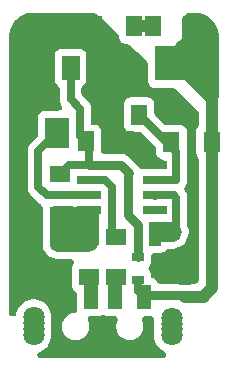
<source format=gbr>
%TF.GenerationSoftware,KiCad,Pcbnew,8.0.7*%
%TF.CreationDate,2025-02-10T10:06:38+00:00*%
%TF.ProjectId,QC_Fab,51435f46-6162-42e6-9b69-6361645f7063,rev?*%
%TF.SameCoordinates,Original*%
%TF.FileFunction,Copper,L1,Top*%
%TF.FilePolarity,Positive*%
%FSLAX46Y46*%
G04 Gerber Fmt 4.6, Leading zero omitted, Abs format (unit mm)*
G04 Created by KiCad (PCBNEW 8.0.7) date 2025-02-10 10:06:38*
%MOMM*%
%LPD*%
G01*
G04 APERTURE LIST*
%TA.AperFunction,SMDPad,CuDef*%
%ADD10R,1.500000X2.000000*%
%TD*%
%TA.AperFunction,SMDPad,CuDef*%
%ADD11R,2.000000X2.500000*%
%TD*%
%TA.AperFunction,SMDPad,CuDef*%
%ADD12R,1.200000X2.000000*%
%TD*%
%TA.AperFunction,ComponentPad*%
%ADD13C,1.800000*%
%TD*%
%TA.AperFunction,SMDPad,CuDef*%
%ADD14R,1.000000X2.000000*%
%TD*%
%TA.AperFunction,SMDPad,CuDef*%
%ADD15R,1.700000X1.400000*%
%TD*%
%TA.AperFunction,SMDPad,CuDef*%
%ADD16R,1.000000X0.700000*%
%TD*%
%TA.AperFunction,ComponentPad*%
%ADD17R,3.000000X3.000000*%
%TD*%
%TA.AperFunction,ComponentPad*%
%ADD18C,3.000000*%
%TD*%
%TA.AperFunction,ComponentPad*%
%ADD19O,2.540000X1.700000*%
%TD*%
%TA.AperFunction,SMDPad,CuDef*%
%ADD20R,1.400000X1.700000*%
%TD*%
%TA.AperFunction,SMDPad,CuDef*%
%ADD21R,2.000000X0.800000*%
%TD*%
%TA.AperFunction,Conductor*%
%ADD22C,0.760000*%
%TD*%
%TA.AperFunction,Conductor*%
%ADD23C,0.640000*%
%TD*%
%TA.AperFunction,Conductor*%
%ADD24C,1.000000*%
%TD*%
G04 APERTURE END LIST*
D10*
%TO.P,RV1,1,1*%
%TO.N,GND*%
X168840000Y-115000000D03*
D11*
%TO.P,RV1,2,2*%
%TO.N,REG*%
X170000000Y-120500000D03*
D10*
%TO.P,RV1,3,3*%
%TO.N,+3.3V*%
X171150000Y-115000000D03*
%TD*%
D12*
%TO.P,P1,1,5V*%
%TO.N,VBUS*%
X177372021Y-134427001D03*
%TO.P,P1,2,D-*%
%TO.N,Net-(P1-D-)*%
X174872021Y-134427001D03*
%TO.P,P1,3,D+*%
%TO.N,Net-(P1-D+)*%
X172872021Y-134427001D03*
%TO.P,P1,4,GND*%
%TO.N,GND*%
X170372021Y-134427001D03*
D13*
%TO.P,P1,5,SHIELD*%
%TO.N,unconnected-(P1-SHIELD-Pad5)_0*%
X168022021Y-136127001D03*
%TO.N,unconnected-(P1-SHIELD-Pad5)_5*%
X168022021Y-136627001D03*
%TO.N,unconnected-(P1-SHIELD-Pad5)_4*%
X168022021Y-137127001D03*
%TO.N,unconnected-(P1-SHIELD-Pad5)_1*%
X168022021Y-137627001D03*
%TO.N,unconnected-(P1-SHIELD-Pad5)*%
X179722021Y-136177001D03*
%TO.N,unconnected-(P1-SHIELD-Pad5)_3*%
X179722021Y-136677001D03*
%TO.N,unconnected-(P1-SHIELD-Pad5)_6*%
X179722021Y-137177001D03*
%TO.N,unconnected-(P1-SHIELD-Pad5)_2*%
X179722021Y-137677001D03*
%TD*%
D14*
%TO.P,J2,1,Pin_1*%
%TO.N,UPDI*%
X178290071Y-129069688D03*
%TO.P,J2,2,Pin_2*%
%TO.N,GND*%
X180830071Y-132369688D03*
%TD*%
D15*
%TO.P,R2,1*%
%TO.N,+3.3V*%
X170250000Y-124050000D03*
%TO.P,R2,2*%
%TO.N,D+*%
X170250000Y-127450000D03*
%TD*%
D16*
%TO.P,U3,1,VO*%
%TO.N,+3.3V*%
X176864545Y-131047726D03*
%TO.P,U3,2,VI*%
%TO.N,VBUS*%
X176864545Y-132947726D03*
%TO.P,U3,3,GND*%
%TO.N,GND*%
X179264545Y-131997726D03*
%TD*%
D15*
%TO.P,R4,1*%
%TO.N,D-*%
X175013133Y-129322138D03*
%TO.P,R4,2*%
%TO.N,Net-(P1-D-)*%
X175013133Y-132722138D03*
%TD*%
D17*
%TO.P,J1,1,Pin_1*%
%TO.N,VBUS*%
X179778971Y-114606776D03*
D18*
%TO.P,J1,2,Pin_2*%
%TO.N,GND*%
X174778971Y-114606776D03*
%TD*%
D19*
%TO.P,J3,1,Pin_1*%
%TO.N,UPDI*%
X179286306Y-128885990D03*
%TD*%
D20*
%TO.P,R6,1*%
%TO.N,VBUS*%
X183090948Y-121306838D03*
%TO.P,R6,2*%
%TO.N,SENSE*%
X179690948Y-121306838D03*
%TD*%
%TO.P,D1,1,K*%
%TO.N,GND*%
X173138521Y-111520143D03*
%TO.P,D1,2,A*%
%TO.N,Net-(D1-A)*%
X176538521Y-111520143D03*
%TD*%
%TO.P,R5,1*%
%TO.N,VBUS*%
X181491973Y-111502168D03*
%TO.P,R5,2*%
%TO.N,Net-(D1-A)*%
X178091973Y-111502168D03*
%TD*%
D21*
%TO.P,U1,1,VCC*%
%TO.N,+3.3V*%
X172675502Y-123286708D03*
%TO.P,U1,2,DAC*%
%TO.N,D-*%
X172675502Y-124556708D03*
%TO.P,U1,3,PA7*%
%TO.N,REG*%
X172675502Y-125826708D03*
%TO.P,U1,4,PA1*%
%TO.N,D+*%
X172675502Y-127096708D03*
%TO.P,U1,5,PA2*%
%TO.N,unconnected-(U1-PA2-Pad5)*%
X178275502Y-127096708D03*
%TO.P,U1,6,UPDI*%
%TO.N,UPDI*%
X178275502Y-125826708D03*
%TO.P,U1,7,PA3*%
%TO.N,SENSE*%
X178275502Y-124556708D03*
%TO.P,U1,8,GND*%
%TO.N,GND*%
X178275502Y-123286708D03*
%TD*%
D20*
%TO.P,C1,1*%
%TO.N,+3.3V*%
X172420903Y-121242188D03*
%TO.P,C1,2*%
%TO.N,GND*%
X175820903Y-121242188D03*
%TD*%
%TO.P,R7,1*%
%TO.N,SENSE*%
X176955262Y-118977977D03*
%TO.P,R7,2*%
%TO.N,GND*%
X173555262Y-118977977D03*
%TD*%
D15*
%TO.P,R1,1*%
%TO.N,D+*%
X170242602Y-129465937D03*
%TO.P,R1,2*%
%TO.N,GND*%
X170242602Y-132865937D03*
%TD*%
%TO.P,R3,1*%
%TO.N,D+*%
X172723134Y-129314948D03*
%TO.P,R3,2*%
%TO.N,Net-(P1-D+)*%
X172723134Y-132714948D03*
%TD*%
D22*
%TO.N,+3.3V*%
X176864545Y-128351496D02*
X176037700Y-127524651D01*
X176037700Y-127524651D02*
X176037700Y-123974913D01*
X176864545Y-131047726D02*
X176864545Y-128351496D01*
D23*
X172420903Y-121242188D02*
X171959600Y-120780885D01*
X171150000Y-117683887D02*
X171150000Y-115000000D01*
D22*
X175398665Y-123276708D02*
X176067285Y-123945328D01*
D23*
X172675502Y-123286708D02*
X171013292Y-123286708D01*
X176037700Y-123974913D02*
X176067285Y-123945328D01*
X172420903Y-121242188D02*
X172420903Y-120864735D01*
D22*
X172675502Y-123276708D02*
X175398665Y-123276708D01*
D23*
X171959600Y-120780885D02*
X171959600Y-118493487D01*
X172675502Y-123286708D02*
X172675502Y-121435695D01*
X171013292Y-123286708D02*
X170250000Y-124050000D01*
X172546461Y-123157667D02*
X172675502Y-123286708D01*
X171959600Y-118493487D02*
X171150000Y-117683887D01*
D24*
%TO.N,Net-(D1-A)*%
X178073998Y-111520143D02*
X178091973Y-111502168D01*
X176538521Y-111520143D02*
X178073998Y-111520143D01*
D23*
%TO.N,Net-(P1-D-)*%
X174872021Y-134427001D02*
X174872021Y-132863250D01*
X174872021Y-132863250D02*
X175013133Y-132722138D01*
%TO.N,Net-(P1-D+)*%
X172872021Y-134427001D02*
X172872021Y-132863835D01*
X172872021Y-132863835D02*
X172723134Y-132714948D01*
%TO.N,UPDI*%
X178275502Y-125826708D02*
X178325502Y-125876708D01*
X178305894Y-129097440D02*
X179445894Y-129097440D01*
X179445894Y-129097440D02*
X180095502Y-128447832D01*
X180095502Y-128447832D02*
X180095502Y-126006708D01*
X180095502Y-126006708D02*
X179915502Y-125826708D01*
X179915502Y-125826708D02*
X178275502Y-125826708D01*
%TO.N,VBUS*%
X177401582Y-134397440D02*
X177372021Y-134427001D01*
D22*
X180918207Y-134272370D02*
X177462906Y-134272370D01*
D24*
X183090948Y-133677476D02*
X182882167Y-133886257D01*
X183090948Y-121306838D02*
X183090948Y-133677476D01*
X182433662Y-134397440D02*
X180856883Y-134397440D01*
X182466329Y-134364773D02*
X182433662Y-134397440D01*
X182466329Y-134364773D02*
X182882167Y-133886257D01*
D23*
X176864545Y-132947726D02*
X176864545Y-133919525D01*
X176864545Y-133919525D02*
X177372021Y-134427001D01*
D24*
X183090948Y-113101143D02*
X181491973Y-111502168D01*
X183090948Y-121306838D02*
X183090948Y-113101143D01*
D22*
%TO.N,D+*%
X170120421Y-127170918D02*
X170107170Y-127157667D01*
D24*
X170393591Y-129314948D02*
X170242602Y-129465937D01*
D23*
%TO.N,D-*%
X174686259Y-128995264D02*
X175013133Y-129322138D01*
X174686259Y-125138769D02*
X174686259Y-128995264D01*
X174104198Y-124556708D02*
X174686259Y-125138769D01*
X172675502Y-124556708D02*
X174104198Y-124556708D01*
%TO.N,SENSE*%
X178161650Y-120190372D02*
X176933214Y-118961936D01*
X180095502Y-122124224D02*
X180095502Y-124506708D01*
X180095502Y-124506708D02*
X180045502Y-124556708D01*
X180045502Y-124556708D02*
X178275502Y-124556708D01*
X176933214Y-118961936D02*
X180095502Y-122124224D01*
%TO.N,REG*%
X170000000Y-120500000D02*
X168435163Y-122064837D01*
X168435163Y-122064837D02*
X168435163Y-125141075D01*
X172675502Y-125826708D02*
X169120796Y-125826708D01*
X170000000Y-120510000D02*
X170000000Y-120500000D01*
X169120796Y-125826708D02*
X168435163Y-125141075D01*
%TD*%
%TA.AperFunction,Conductor*%
%TO.N,VBUS*%
G36*
X181843294Y-110368455D02*
G01*
X181898695Y-110370433D01*
X181919936Y-110371953D01*
X181975044Y-110377877D01*
X181985580Y-110379201D01*
X182045054Y-110387753D01*
X182055528Y-110389450D01*
X182110081Y-110399292D01*
X182130907Y-110403823D01*
X182153653Y-110409629D01*
X182184574Y-110417522D01*
X182194862Y-110420345D01*
X182321529Y-110457538D01*
X182331695Y-110460720D01*
X182378403Y-110476267D01*
X182384264Y-110478218D01*
X182404250Y-110485672D01*
X182455445Y-110506879D01*
X182465152Y-110511104D01*
X182585322Y-110565986D01*
X182594919Y-110570578D01*
X182644435Y-110595365D01*
X182663153Y-110605585D01*
X182710805Y-110633859D01*
X182719864Y-110639456D01*
X182830934Y-110710839D01*
X182839806Y-110716768D01*
X182885279Y-110748341D01*
X182902355Y-110761123D01*
X182945502Y-110795894D01*
X182953655Y-110802707D01*
X182977246Y-110823150D01*
X183053438Y-110889174D01*
X183061373Y-110896301D01*
X183101912Y-110934044D01*
X183117006Y-110949139D01*
X183154728Y-110989656D01*
X183161852Y-110997587D01*
X183207838Y-111050659D01*
X183248318Y-111097377D01*
X183255163Y-111105568D01*
X183289905Y-111148682D01*
X183302695Y-111165768D01*
X183334276Y-111211255D01*
X183340207Y-111220132D01*
X183411580Y-111331197D01*
X183417189Y-111340277D01*
X183445437Y-111387889D01*
X183455665Y-111406623D01*
X183480452Y-111456144D01*
X183485057Y-111465769D01*
X183539893Y-111585847D01*
X183544156Y-111595639D01*
X183565349Y-111646808D01*
X183572806Y-111666804D01*
X183590289Y-111719336D01*
X183593479Y-111729524D01*
X183630679Y-111856228D01*
X183633502Y-111866521D01*
X183647187Y-111920144D01*
X183651724Y-111941001D01*
X183661551Y-111995477D01*
X183663258Y-112006013D01*
X183681910Y-112135767D01*
X183683240Y-112146356D01*
X183689154Y-112201376D01*
X183690675Y-112222657D01*
X183692652Y-112278002D01*
X183692843Y-112288676D01*
X183692843Y-117404720D01*
X183690285Y-117443743D01*
X183685009Y-117483817D01*
X183680430Y-117518600D01*
X183660228Y-117593990D01*
X183638902Y-117645476D01*
X183599875Y-117713074D01*
X183565950Y-117757286D01*
X183510756Y-117812480D01*
X183466544Y-117846405D01*
X183398946Y-117885432D01*
X183347460Y-117906758D01*
X183272070Y-117926960D01*
X183237287Y-117931539D01*
X183197213Y-117936815D01*
X183158190Y-117939373D01*
X183056526Y-117939373D01*
X183027220Y-117937933D01*
X182975951Y-117932883D01*
X182906632Y-117926056D01*
X182849154Y-117914623D01*
X182747309Y-117883729D01*
X182693168Y-117861303D01*
X182599321Y-117811140D01*
X182550586Y-117778577D01*
X182456919Y-117701706D01*
X182435178Y-117682001D01*
X180082250Y-115329073D01*
X180062545Y-115307331D01*
X179966182Y-115189912D01*
X179933618Y-115141177D01*
X179868973Y-115020235D01*
X179846542Y-114966082D01*
X179806732Y-114834845D01*
X179795299Y-114777364D01*
X179780411Y-114626199D01*
X179778971Y-114596893D01*
X179778971Y-113691864D01*
X179780411Y-113662558D01*
X179781365Y-113652861D01*
X179795300Y-113511387D01*
X179806731Y-113453914D01*
X179846543Y-113322670D01*
X179868973Y-113268522D01*
X179933618Y-113147580D01*
X179966182Y-113098845D01*
X180062545Y-112981426D01*
X180082251Y-112959684D01*
X180291031Y-112750904D01*
X180291037Y-112750898D01*
X180583930Y-112458005D01*
X180583930Y-111050659D01*
X180586488Y-111011634D01*
X180595745Y-110941319D01*
X180601376Y-110898544D01*
X180621576Y-110823154D01*
X180657664Y-110736030D01*
X180696690Y-110668437D01*
X180744912Y-110605593D01*
X180754096Y-110593623D01*
X180809289Y-110538431D01*
X180884101Y-110481026D01*
X180951694Y-110442000D01*
X181038818Y-110405912D01*
X181114208Y-110385712D01*
X181193379Y-110375289D01*
X181227299Y-110370824D01*
X181266324Y-110368266D01*
X181832676Y-110368266D01*
X181843294Y-110368455D01*
G37*
%TD.AperFunction*%
%TD*%
%TA.AperFunction,Conductor*%
%TO.N,D+*%
G36*
X171411453Y-126767399D02*
G01*
X171417854Y-126769963D01*
X171518740Y-126811752D01*
X171636141Y-126827208D01*
X173286031Y-126827207D01*
X173394041Y-126847398D01*
X173487465Y-126905243D01*
X173553684Y-126992931D01*
X173583755Y-127098619D01*
X173585030Y-127126207D01*
X173585030Y-128400109D01*
X173579024Y-128445735D01*
X173580647Y-128445949D01*
X173562633Y-128582774D01*
X173562633Y-129758844D01*
X173549759Y-129845637D01*
X173517458Y-129952122D01*
X173495026Y-130006277D01*
X173430381Y-130127219D01*
X173397819Y-130175951D01*
X173349870Y-130234378D01*
X173310819Y-130281962D01*
X173269373Y-130323407D01*
X173163362Y-130410408D01*
X173114628Y-130442971D01*
X172993682Y-130507617D01*
X172939531Y-130530047D01*
X172808302Y-130569855D01*
X172750815Y-130581290D01*
X172599650Y-130596179D01*
X172570342Y-130597619D01*
X170141349Y-130597619D01*
X170102322Y-130595061D01*
X169972754Y-130578003D01*
X169897359Y-130557801D01*
X169794878Y-130515352D01*
X169727281Y-130476325D01*
X169639281Y-130408800D01*
X169584089Y-130353608D01*
X169516562Y-130265604D01*
X169477536Y-130198009D01*
X169435088Y-130095531D01*
X169414886Y-130020133D01*
X169409642Y-129980302D01*
X169397829Y-129890566D01*
X169395271Y-129851541D01*
X169395271Y-127046208D01*
X169415462Y-126938197D01*
X169473307Y-126844773D01*
X169560995Y-126778554D01*
X169666683Y-126748483D01*
X169694271Y-126747208D01*
X171303442Y-126747208D01*
X171411453Y-126767399D01*
G37*
%TD.AperFunction*%
%TD*%
%TA.AperFunction,Conductor*%
%TO.N,GND*%
G36*
X172910081Y-110357023D02*
G01*
X172913168Y-110357319D01*
X173057332Y-110371142D01*
X173113366Y-110381987D01*
X173241476Y-110419768D01*
X173294421Y-110441061D01*
X173413023Y-110502500D01*
X173460955Y-110533465D01*
X173576991Y-110625236D01*
X173598518Y-110644002D01*
X174373855Y-111387964D01*
X175146036Y-112128898D01*
X175209993Y-112218249D01*
X175237353Y-112324670D01*
X175238021Y-112344639D01*
X175238021Y-112409502D01*
X175238022Y-112409511D01*
X175253475Y-112526901D01*
X175253477Y-112526905D01*
X175313985Y-112672984D01*
X175313987Y-112672987D01*
X175313989Y-112672990D01*
X175410237Y-112798423D01*
X175410239Y-112798425D01*
X175535680Y-112894679D01*
X175535682Y-112894680D01*
X175535684Y-112894681D01*
X175675675Y-112952667D01*
X175681759Y-112955187D01*
X175799160Y-112970643D01*
X175903031Y-112970642D01*
X176011039Y-112990832D01*
X176104463Y-113048677D01*
X176110024Y-113053877D01*
X176780439Y-113697163D01*
X177586486Y-114470593D01*
X177650443Y-114559944D01*
X177677803Y-114666365D01*
X177678471Y-114686338D01*
X177678471Y-116146138D01*
X177678472Y-116146144D01*
X177693925Y-116263534D01*
X177693927Y-116263538D01*
X177754435Y-116409617D01*
X177754437Y-116409620D01*
X177754439Y-116409623D01*
X177850687Y-116535056D01*
X177850690Y-116535059D01*
X177958902Y-116618093D01*
X177976130Y-116631312D01*
X177976132Y-116631313D01*
X177976134Y-116631314D01*
X178122204Y-116691818D01*
X178122209Y-116691820D01*
X178239610Y-116707276D01*
X179797246Y-116707275D01*
X179905256Y-116727466D01*
X179998680Y-116785311D01*
X180004260Y-116790530D01*
X181872033Y-118582722D01*
X181898463Y-118608082D01*
X181962420Y-118697433D01*
X181989780Y-118803854D01*
X181990448Y-118823827D01*
X181990448Y-119890852D01*
X181970257Y-119998863D01*
X181928662Y-120072870D01*
X181866415Y-120153991D01*
X181866409Y-120154001D01*
X181805905Y-120300071D01*
X181805904Y-120300074D01*
X181790448Y-120417474D01*
X181790448Y-122196195D01*
X181805903Y-122313599D01*
X181814786Y-122335044D01*
X181866412Y-122459679D01*
X181928662Y-122540805D01*
X181978395Y-122638786D01*
X181990448Y-122722823D01*
X181990448Y-132997940D01*
X181970257Y-133105951D01*
X181912412Y-133199375D01*
X181824724Y-133265594D01*
X181719036Y-133295665D01*
X181691448Y-133296940D01*
X181069717Y-133296940D01*
X181029434Y-133292972D01*
X181029401Y-133293310D01*
X181014778Y-133291870D01*
X178765810Y-133291870D01*
X178657799Y-133271679D01*
X178564375Y-133213834D01*
X178508524Y-133139875D01*
X178506353Y-133141129D01*
X178496559Y-133124165D01*
X178496557Y-133124160D01*
X178400303Y-132998719D01*
X178400301Y-132998717D01*
X178274868Y-132902469D01*
X178274864Y-132902467D01*
X178274862Y-132902465D01*
X178274859Y-132902463D01*
X178274856Y-132902462D01*
X178149620Y-132850587D01*
X178057557Y-132790599D01*
X177993382Y-132701404D01*
X177965762Y-132595050D01*
X177965044Y-132574348D01*
X177965044Y-132558368D01*
X177949589Y-132440964D01*
X177889081Y-132294885D01*
X177800732Y-132179746D01*
X177750997Y-132081764D01*
X177740016Y-131972432D01*
X177769272Y-131866516D01*
X177800732Y-131815706D01*
X177880226Y-131712107D01*
X177889081Y-131700567D01*
X177949589Y-131554488D01*
X177965045Y-131437087D01*
X177965044Y-130969185D01*
X177985235Y-130861176D01*
X178043080Y-130767752D01*
X178130768Y-130701533D01*
X178236455Y-130671463D01*
X178264044Y-130670187D01*
X178829429Y-130670187D01*
X178829431Y-130670187D01*
X178946833Y-130654732D01*
X179092912Y-130594224D01*
X179218353Y-130497970D01*
X179220483Y-130495193D01*
X179252500Y-130453470D01*
X179334272Y-130380070D01*
X179437037Y-130341167D01*
X179489712Y-130336490D01*
X179820462Y-130336490D01*
X179820463Y-130336490D01*
X180045966Y-130300774D01*
X180263105Y-130230221D01*
X180466534Y-130126569D01*
X180651243Y-129992369D01*
X180812685Y-129830927D01*
X180946885Y-129646218D01*
X181050537Y-129442789D01*
X181121090Y-129225650D01*
X181156806Y-129000147D01*
X181156806Y-128771833D01*
X181121090Y-128546330D01*
X181050537Y-128329191D01*
X181048589Y-128325368D01*
X181047693Y-128322326D01*
X181046044Y-128318345D01*
X181046468Y-128318169D01*
X181017545Y-128219966D01*
X181016002Y-128189629D01*
X181016002Y-125916047D01*
X181016001Y-125916044D01*
X180980628Y-125738208D01*
X180911239Y-125570688D01*
X180812438Y-125422822D01*
X180769219Y-125321798D01*
X180765412Y-125211982D01*
X180801533Y-125108206D01*
X180812439Y-125090592D01*
X180839285Y-125050414D01*
X180911239Y-124942728D01*
X180980628Y-124775208D01*
X181016003Y-124597369D01*
X181016003Y-124416047D01*
X181016003Y-124403708D01*
X181016002Y-124403682D01*
X181016002Y-122229662D01*
X181016003Y-122229641D01*
X181016003Y-122033564D01*
X181016002Y-122033560D01*
X180997193Y-121939003D01*
X180991447Y-121880668D01*
X180991447Y-120417480D01*
X180975992Y-120300076D01*
X180975990Y-120300071D01*
X180915484Y-120153997D01*
X180897698Y-120130818D01*
X180819231Y-120028557D01*
X180819228Y-120028554D01*
X180693795Y-119932306D01*
X180693784Y-119932299D01*
X180547714Y-119871795D01*
X180547711Y-119871794D01*
X180430311Y-119856338D01*
X180430309Y-119856338D01*
X179253250Y-119856338D01*
X179145239Y-119836147D01*
X179051815Y-119778302D01*
X179041825Y-119768763D01*
X178343336Y-119070274D01*
X178281238Y-118979621D01*
X178256080Y-118872658D01*
X178255761Y-118858849D01*
X178255761Y-118088619D01*
X178240306Y-117971215D01*
X178213584Y-117906703D01*
X178179798Y-117825136D01*
X178083544Y-117699695D01*
X178083542Y-117699693D01*
X177958109Y-117603445D01*
X177958098Y-117603438D01*
X177812028Y-117542934D01*
X177812025Y-117542933D01*
X177694625Y-117527477D01*
X176215899Y-117527477D01*
X176215893Y-117527478D01*
X176098503Y-117542931D01*
X176004069Y-117582047D01*
X175952421Y-117603441D01*
X175952419Y-117603442D01*
X175952414Y-117603445D01*
X175826981Y-117699693D01*
X175826978Y-117699696D01*
X175730730Y-117825129D01*
X175730723Y-117825140D01*
X175670219Y-117971210D01*
X175670218Y-117971213D01*
X175654762Y-118088613D01*
X175654762Y-119867334D01*
X175670217Y-119984738D01*
X175688368Y-120028557D01*
X175730726Y-120130818D01*
X175730728Y-120130821D01*
X175730730Y-120130824D01*
X175826978Y-120256257D01*
X175826981Y-120256260D01*
X175884083Y-120300076D01*
X175952421Y-120352513D01*
X175952423Y-120352514D01*
X175952425Y-120352515D01*
X176098495Y-120413019D01*
X176098500Y-120413021D01*
X176215901Y-120428477D01*
X176974120Y-120428476D01*
X177082131Y-120448667D01*
X177175555Y-120506512D01*
X177185545Y-120516051D01*
X178302873Y-121633379D01*
X178364971Y-121724032D01*
X178390129Y-121830995D01*
X178390448Y-121844803D01*
X178390448Y-122196200D01*
X178390449Y-122196206D01*
X178405902Y-122313596D01*
X178414786Y-122335044D01*
X178466412Y-122459679D01*
X178466414Y-122459682D01*
X178466416Y-122459685D01*
X178528660Y-122540803D01*
X178562666Y-122585120D01*
X178688107Y-122681374D01*
X178688109Y-122681375D01*
X178688111Y-122681376D01*
X178834181Y-122741880D01*
X178834186Y-122741882D01*
X178915029Y-122752525D01*
X179019481Y-122786641D01*
X179104555Y-122856186D01*
X179158762Y-122951767D01*
X179175002Y-123048967D01*
X179175002Y-123257208D01*
X179154811Y-123365219D01*
X179096966Y-123458643D01*
X179009278Y-123524862D01*
X178903590Y-123554933D01*
X178876002Y-123556208D01*
X177236141Y-123556208D01*
X177236139Y-123556209D01*
X177191036Y-123562146D01*
X177081314Y-123556224D01*
X176981140Y-123511065D01*
X176904044Y-123432768D01*
X176903406Y-123431818D01*
X176828889Y-123320295D01*
X176023698Y-122515105D01*
X175957647Y-122470971D01*
X175863106Y-122407800D01*
X175863105Y-122407799D01*
X175863103Y-122407798D01*
X175863101Y-122407797D01*
X175684666Y-122333888D01*
X175684667Y-122333888D01*
X175582651Y-122313596D01*
X175495236Y-122296208D01*
X175495235Y-122296208D01*
X174020403Y-122296208D01*
X173912392Y-122276017D01*
X173818968Y-122218172D01*
X173752749Y-122130484D01*
X173722678Y-122024796D01*
X173721403Y-121997208D01*
X173721402Y-120352830D01*
X173721360Y-120352513D01*
X173705947Y-120235426D01*
X173645439Y-120089347D01*
X173598793Y-120028557D01*
X173549186Y-119963907D01*
X173549183Y-119963904D01*
X173423750Y-119867656D01*
X173423739Y-119867649D01*
X173277669Y-119807145D01*
X173277666Y-119807144D01*
X173160259Y-119791687D01*
X173159526Y-119791639D01*
X173159135Y-119791539D01*
X173150559Y-119790410D01*
X173150694Y-119789380D01*
X173053068Y-119764420D01*
X172963632Y-119700583D01*
X172903296Y-119608748D01*
X172880208Y-119501319D01*
X172880100Y-119493280D01*
X172880100Y-118402826D01*
X172880099Y-118402823D01*
X172858226Y-118292857D01*
X172853813Y-118270672D01*
X172844726Y-118224986D01*
X172775337Y-118057466D01*
X172674599Y-117906702D01*
X172158075Y-117390178D01*
X172095977Y-117299525D01*
X172070819Y-117192562D01*
X172070500Y-117178753D01*
X172070500Y-116773535D01*
X172090691Y-116665524D01*
X172148536Y-116572100D01*
X172187481Y-116536322D01*
X172202841Y-116524536D01*
X172328282Y-116428282D01*
X172424536Y-116302841D01*
X172485044Y-116156762D01*
X172500500Y-116039361D01*
X172500499Y-113960640D01*
X172485044Y-113843238D01*
X172424536Y-113697159D01*
X172328282Y-113571718D01*
X172328280Y-113571716D01*
X172202847Y-113475468D01*
X172202836Y-113475461D01*
X172056766Y-113414957D01*
X172056763Y-113414956D01*
X171939363Y-113399500D01*
X170360637Y-113399500D01*
X170360631Y-113399501D01*
X170243241Y-113414954D01*
X170148807Y-113454070D01*
X170097159Y-113475464D01*
X170097157Y-113475465D01*
X170097152Y-113475468D01*
X169971719Y-113571716D01*
X169971716Y-113571719D01*
X169875468Y-113697152D01*
X169875461Y-113697163D01*
X169814957Y-113843233D01*
X169814956Y-113843236D01*
X169799500Y-113960636D01*
X169799500Y-116039357D01*
X169814955Y-116156761D01*
X169840018Y-116217268D01*
X169875464Y-116302841D01*
X169875466Y-116302844D01*
X169875468Y-116302847D01*
X169971716Y-116428280D01*
X169971719Y-116428283D01*
X170112519Y-116536322D01*
X170185919Y-116618093D01*
X170224823Y-116720858D01*
X170229500Y-116773535D01*
X170229500Y-117774550D01*
X170264874Y-117952387D01*
X170334261Y-118119904D01*
X170377346Y-118184385D01*
X170420565Y-118285411D01*
X170424372Y-118395227D01*
X170388251Y-118499003D01*
X170317081Y-118582722D01*
X170220474Y-118635079D01*
X170128736Y-118649500D01*
X168960642Y-118649500D01*
X168843238Y-118664955D01*
X168739945Y-118707741D01*
X168697159Y-118725464D01*
X168697157Y-118725465D01*
X168697152Y-118725468D01*
X168571719Y-118821716D01*
X168571716Y-118821719D01*
X168475468Y-118947152D01*
X168475461Y-118947163D01*
X168414957Y-119093233D01*
X168414956Y-119093236D01*
X168399500Y-119210636D01*
X168399500Y-120674865D01*
X168379309Y-120782876D01*
X168321464Y-120876300D01*
X168311925Y-120886290D01*
X167848378Y-121349838D01*
X167720163Y-121478052D01*
X167619424Y-121628819D01*
X167550037Y-121796336D01*
X167514663Y-121974173D01*
X167514663Y-125231738D01*
X167550037Y-125409575D01*
X167619424Y-125577092D01*
X167619425Y-125577094D01*
X167619426Y-125577095D01*
X167720164Y-125727860D01*
X168395350Y-126403045D01*
X168395355Y-126403051D01*
X168534013Y-126541709D01*
X168607500Y-126590811D01*
X168666615Y-126630310D01*
X168745205Y-126707104D01*
X168790747Y-126807104D01*
X168799500Y-126878919D01*
X168799500Y-126927386D01*
X168798225Y-126954973D01*
X168789771Y-127046211D01*
X168789771Y-129851535D01*
X168791068Y-129891150D01*
X168791463Y-129897178D01*
X168792102Y-129916716D01*
X168792102Y-130205298D01*
X168792103Y-130205305D01*
X168807556Y-130322695D01*
X168807558Y-130322699D01*
X168868066Y-130468778D01*
X168868068Y-130468781D01*
X168868070Y-130468784D01*
X168964318Y-130594217D01*
X168964320Y-130594219D01*
X169033235Y-130647099D01*
X169088429Y-130702294D01*
X169103711Y-130722210D01*
X169155936Y-130781761D01*
X169211128Y-130836953D01*
X169270675Y-130889175D01*
X169270683Y-130889181D01*
X169270690Y-130889187D01*
X169302849Y-130913863D01*
X169358675Y-130956700D01*
X169424532Y-131000704D01*
X169492129Y-131039731D01*
X169492136Y-131039734D01*
X169492137Y-131039735D01*
X169539485Y-131063084D01*
X169563163Y-131074761D01*
X169665644Y-131117210D01*
X169740644Y-131142669D01*
X169740654Y-131142671D01*
X169740661Y-131142674D01*
X169799565Y-131158457D01*
X169816039Y-131162871D01*
X169893720Y-131178323D01*
X170023288Y-131195381D01*
X170023297Y-131195381D01*
X170023298Y-131195382D01*
X170062709Y-131199264D01*
X170062711Y-131199264D01*
X170062720Y-131199265D01*
X170101747Y-131201823D01*
X170133428Y-131202859D01*
X170141348Y-131203119D01*
X171132846Y-131203119D01*
X171240857Y-131223310D01*
X171334281Y-131281155D01*
X171400500Y-131368843D01*
X171430571Y-131474531D01*
X171420432Y-131583944D01*
X171371453Y-131682307D01*
X171370059Y-131684139D01*
X171348599Y-131712105D01*
X171348595Y-131712111D01*
X171288091Y-131858181D01*
X171288090Y-131858184D01*
X171272634Y-131975584D01*
X171272634Y-133454310D01*
X171272635Y-133454316D01*
X171288088Y-133571706D01*
X171288090Y-133571710D01*
X171348598Y-133717789D01*
X171348600Y-133717792D01*
X171348602Y-133717795D01*
X171444849Y-133843227D01*
X171444850Y-133843228D01*
X171444852Y-133843230D01*
X171554543Y-133927399D01*
X171627940Y-134009167D01*
X171666844Y-134111931D01*
X171671521Y-134164609D01*
X171671521Y-135466367D01*
X171671847Y-135471328D01*
X171671521Y-135474037D01*
X171671522Y-135476149D01*
X171671269Y-135476149D01*
X171658762Y-135580428D01*
X171607148Y-135677434D01*
X171523977Y-135749244D01*
X171420482Y-135786161D01*
X171420262Y-135786196D01*
X171302615Y-135804829D01*
X171130383Y-135860789D01*
X171051243Y-135901113D01*
X170969027Y-135943005D01*
X170878790Y-136008565D01*
X170822518Y-136049449D01*
X170694469Y-136177498D01*
X170694468Y-136177500D01*
X170588025Y-136324007D01*
X170573604Y-136352310D01*
X170505809Y-136485363D01*
X170467052Y-136604647D01*
X170459790Y-136627001D01*
X170449849Y-136657596D01*
X170421521Y-136836451D01*
X170421521Y-137017550D01*
X170446776Y-137177001D01*
X170449850Y-137196410D01*
X170505810Y-137368640D01*
X170588025Y-137529995D01*
X170694468Y-137676502D01*
X170822520Y-137804554D01*
X170969027Y-137910997D01*
X171130382Y-137993212D01*
X171302612Y-138049172D01*
X171481475Y-138077501D01*
X171481476Y-138077501D01*
X171662566Y-138077501D01*
X171662567Y-138077501D01*
X171841430Y-138049172D01*
X172013660Y-137993212D01*
X172175015Y-137910997D01*
X172321522Y-137804554D01*
X172449574Y-137676502D01*
X172556017Y-137529995D01*
X172638232Y-137368640D01*
X172694192Y-137196410D01*
X172722521Y-137017547D01*
X172722521Y-136836455D01*
X172694192Y-136657592D01*
X172638232Y-136485362D01*
X172626451Y-136462240D01*
X172595406Y-136356839D01*
X172604533Y-136247336D01*
X172652601Y-136148525D01*
X172733117Y-136073751D01*
X172835208Y-136033111D01*
X172892863Y-136027500D01*
X173511379Y-136027500D01*
X173511381Y-136027500D01*
X173628783Y-136012045D01*
X173757600Y-135958687D01*
X173865111Y-135936007D01*
X173973560Y-135953697D01*
X173986444Y-135958688D01*
X174115259Y-136012045D01*
X174232660Y-136027501D01*
X174851180Y-136027500D01*
X174959189Y-136047691D01*
X175052613Y-136105536D01*
X175118832Y-136193224D01*
X175148902Y-136298911D01*
X175138764Y-136408325D01*
X175117592Y-136462237D01*
X175105811Y-136485357D01*
X175105811Y-136485359D01*
X175105810Y-136485361D01*
X175105810Y-136485362D01*
X175059790Y-136627001D01*
X175049849Y-136657596D01*
X175021521Y-136836451D01*
X175021521Y-137017550D01*
X175046776Y-137177001D01*
X175049850Y-137196410D01*
X175105810Y-137368640D01*
X175188025Y-137529995D01*
X175294468Y-137676502D01*
X175422520Y-137804554D01*
X175569027Y-137910997D01*
X175730382Y-137993212D01*
X175902612Y-138049172D01*
X176081475Y-138077501D01*
X176081476Y-138077501D01*
X176262566Y-138077501D01*
X176262567Y-138077501D01*
X176441430Y-138049172D01*
X176613660Y-137993212D01*
X176775015Y-137910997D01*
X176921522Y-137804554D01*
X177049574Y-137676502D01*
X177156017Y-137529995D01*
X177238232Y-137368640D01*
X177294192Y-137196410D01*
X177322521Y-137017547D01*
X177322521Y-136836455D01*
X177294192Y-136657592D01*
X177238232Y-136485362D01*
X177226451Y-136462240D01*
X177195406Y-136356839D01*
X177204533Y-136247336D01*
X177252601Y-136148525D01*
X177333117Y-136073751D01*
X177435208Y-136033111D01*
X177492863Y-136027500D01*
X177928741Y-136027500D01*
X178036752Y-136047691D01*
X178130176Y-136105536D01*
X178196395Y-136193224D01*
X178226466Y-136298912D01*
X178226720Y-136301811D01*
X178235047Y-136402312D01*
X178235047Y-136451691D01*
X178216378Y-136677001D01*
X178235047Y-136902311D01*
X178235047Y-136951691D01*
X178216378Y-137177001D01*
X178235047Y-137402311D01*
X178235047Y-137451691D01*
X178228559Y-137529993D01*
X178216378Y-137677001D01*
X178218075Y-137697486D01*
X178236912Y-137924816D01*
X178236912Y-137924818D01*
X178236913Y-137924822D01*
X178253799Y-137991502D01*
X178297957Y-138165881D01*
X178297959Y-138165886D01*
X178397844Y-138393600D01*
X178397849Y-138393610D01*
X178533856Y-138601785D01*
X178702274Y-138784736D01*
X178702277Y-138784739D01*
X178898512Y-138937475D01*
X179076442Y-139033766D01*
X179161825Y-139102931D01*
X179216458Y-139198269D01*
X179232961Y-139306905D01*
X179209106Y-139414167D01*
X179148114Y-139505568D01*
X179058223Y-139568764D01*
X178951573Y-139595220D01*
X178934936Y-139595728D01*
X168620510Y-139623402D01*
X168512445Y-139603501D01*
X168418867Y-139545906D01*
X168352413Y-139458396D01*
X168322059Y-139352790D01*
X168331904Y-139243350D01*
X168380618Y-139144856D01*
X168461623Y-139070611D01*
X168522617Y-139041605D01*
X168626831Y-139005829D01*
X168845530Y-138887475D01*
X169041765Y-138734739D01*
X169210185Y-138551786D01*
X169346194Y-138343608D01*
X169446084Y-138115882D01*
X169507129Y-137874822D01*
X169527664Y-137627001D01*
X169508994Y-137401687D01*
X169508994Y-137352310D01*
X169527664Y-137127001D01*
X169508994Y-136901687D01*
X169508994Y-136852310D01*
X169510308Y-136836455D01*
X169527664Y-136627001D01*
X169508994Y-136401687D01*
X169508994Y-136352310D01*
X169527664Y-136127001D01*
X169507129Y-135879180D01*
X169446084Y-135638120D01*
X169416288Y-135570193D01*
X169346197Y-135410401D01*
X169346194Y-135410394D01*
X169210185Y-135202216D01*
X169041765Y-135019263D01*
X168845530Y-134866527D01*
X168845529Y-134866526D01*
X168626829Y-134748171D01*
X168391634Y-134667429D01*
X168146359Y-134626501D01*
X168146356Y-134626501D01*
X167897686Y-134626501D01*
X167897683Y-134626501D01*
X167652407Y-134667429D01*
X167652406Y-134667429D01*
X167417213Y-134748171D01*
X167417212Y-134748171D01*
X167198512Y-134866526D01*
X167002277Y-135019262D01*
X167002274Y-135019265D01*
X166833856Y-135202216D01*
X166697849Y-135410391D01*
X166697844Y-135410401D01*
X166597959Y-135638115D01*
X166597957Y-135638120D01*
X166569817Y-135749244D01*
X166545787Y-135844134D01*
X166499701Y-135943881D01*
X166420691Y-136020246D01*
X166319431Y-136062913D01*
X166209595Y-136066119D01*
X166106019Y-136029431D01*
X166022690Y-135957805D01*
X165970862Y-135860913D01*
X165956938Y-135770732D01*
X165956938Y-112364882D01*
X165956941Y-112363624D01*
X165956969Y-112356969D01*
X165956990Y-112354444D01*
X165957082Y-112347463D01*
X165957098Y-112346414D01*
X165958240Y-112280346D01*
X165958547Y-112270995D01*
X165960920Y-112222311D01*
X165962419Y-112203631D01*
X165967832Y-112155251D01*
X165969014Y-112145997D01*
X165989144Y-112006011D01*
X165990841Y-111995543D01*
X166000680Y-111941012D01*
X166005215Y-111920173D01*
X166018905Y-111866539D01*
X166021721Y-111856270D01*
X166058937Y-111729534D01*
X166062103Y-111719423D01*
X166079608Y-111666832D01*
X166087061Y-111646856D01*
X166108251Y-111595702D01*
X166112511Y-111585915D01*
X166167358Y-111465824D01*
X166171964Y-111456197D01*
X166196751Y-111406681D01*
X166206973Y-111387964D01*
X166235236Y-111340332D01*
X166240793Y-111331333D01*
X166312250Y-111220149D01*
X166318112Y-111211376D01*
X166349720Y-111165854D01*
X166362499Y-111148783D01*
X166397278Y-111105627D01*
X166404079Y-111097489D01*
X166490570Y-110997678D01*
X166497676Y-110989769D01*
X166535413Y-110949239D01*
X166550501Y-110934151D01*
X166591048Y-110896401D01*
X166598929Y-110889322D01*
X166698775Y-110802808D01*
X166706892Y-110796025D01*
X166750046Y-110761252D01*
X166767097Y-110748487D01*
X166812648Y-110716861D01*
X166821456Y-110710977D01*
X166932577Y-110639566D01*
X166941566Y-110634014D01*
X166989246Y-110605725D01*
X167007962Y-110595508D01*
X167057478Y-110570723D01*
X167067082Y-110566127D01*
X167187229Y-110511262D01*
X167196899Y-110507052D01*
X167248160Y-110485819D01*
X167268096Y-110478384D01*
X167320679Y-110460885D01*
X167330842Y-110457704D01*
X167457522Y-110420509D01*
X167467767Y-110417698D01*
X167521482Y-110403989D01*
X167542286Y-110399464D01*
X167596838Y-110389623D01*
X167607284Y-110387931D01*
X167747555Y-110367765D01*
X167756741Y-110366591D01*
X167804960Y-110361190D01*
X167823562Y-110359693D01*
X167871961Y-110357318D01*
X167881245Y-110357006D01*
X167947911Y-110355819D01*
X167948174Y-110355815D01*
X167955782Y-110355713D01*
X167958195Y-110355692D01*
X167963857Y-110355666D01*
X167965185Y-110355661D01*
X167966519Y-110355658D01*
X172881542Y-110355658D01*
X172910081Y-110357023D01*
G37*
%TD.AperFunction*%
%TD*%
M02*

</source>
